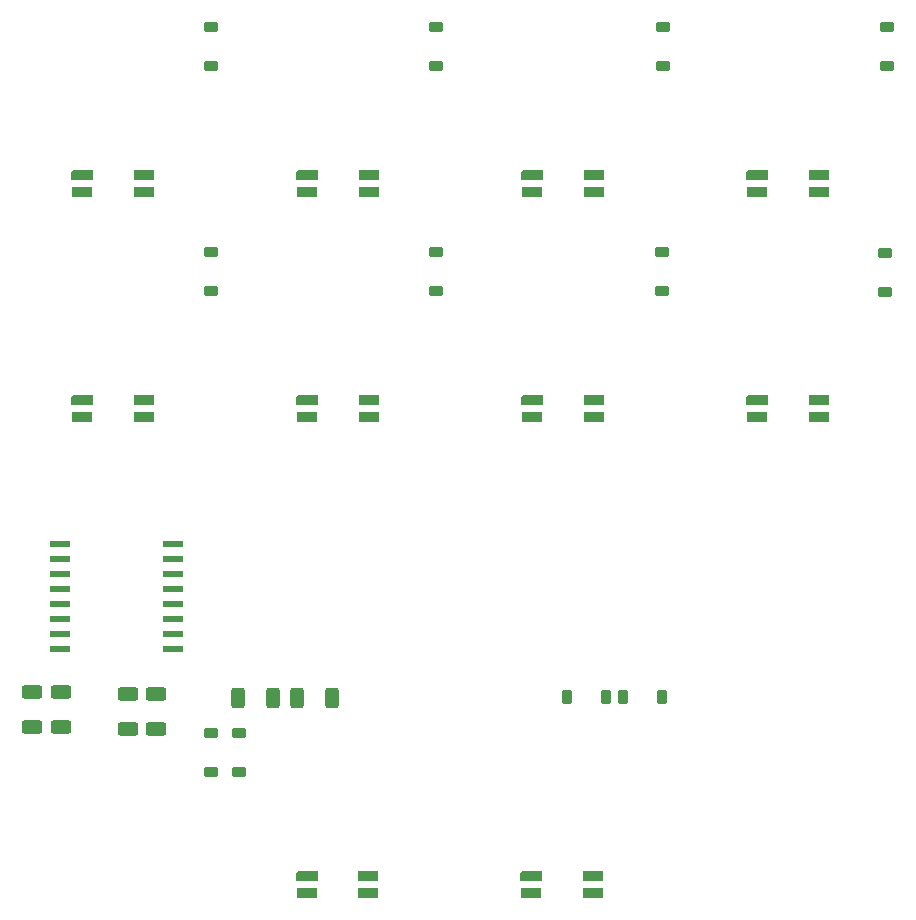
<source format=gbr>
%TF.GenerationSoftware,KiCad,Pcbnew,8.0.7*%
%TF.CreationDate,2025-02-09T12:27:28-05:00*%
%TF.ProjectId,makropad,6d616b72-6f70-4616-942e-6b696361645f,rev?*%
%TF.SameCoordinates,Original*%
%TF.FileFunction,Paste,Bot*%
%TF.FilePolarity,Positive*%
%FSLAX46Y46*%
G04 Gerber Fmt 4.6, Leading zero omitted, Abs format (unit mm)*
G04 Created by KiCad (PCBNEW 8.0.7) date 2025-02-09 12:27:28*
%MOMM*%
%LPD*%
G01*
G04 APERTURE LIST*
G04 Aperture macros list*
%AMRoundRect*
0 Rectangle with rounded corners*
0 $1 Rounding radius*
0 $2 $3 $4 $5 $6 $7 $8 $9 X,Y pos of 4 corners*
0 Add a 4 corners polygon primitive as box body*
4,1,4,$2,$3,$4,$5,$6,$7,$8,$9,$2,$3,0*
0 Add four circle primitives for the rounded corners*
1,1,$1+$1,$2,$3*
1,1,$1+$1,$4,$5*
1,1,$1+$1,$6,$7*
1,1,$1+$1,$8,$9*
0 Add four rect primitives between the rounded corners*
20,1,$1+$1,$2,$3,$4,$5,0*
20,1,$1+$1,$4,$5,$6,$7,0*
20,1,$1+$1,$6,$7,$8,$9,0*
20,1,$1+$1,$8,$9,$2,$3,0*%
%AMOutline5P*
0 Free polygon, 5 corners , with rotation*
0 The origin of the aperture is its center*
0 number of corners: always 5*
0 $1 to $10 corner X, Y*
0 $11 Rotation angle, in degrees counterclockwise*
0 create outline with 5 corners*
4,1,5,$1,$2,$3,$4,$5,$6,$7,$8,$9,$10,$1,$2,$11*%
%AMOutline6P*
0 Free polygon, 6 corners , with rotation*
0 The origin of the aperture is its center*
0 number of corners: always 6*
0 $1 to $12 corner X, Y*
0 $13 Rotation angle, in degrees counterclockwise*
0 create outline with 6 corners*
4,1,6,$1,$2,$3,$4,$5,$6,$7,$8,$9,$10,$11,$12,$1,$2,$13*%
%AMOutline7P*
0 Free polygon, 7 corners , with rotation*
0 The origin of the aperture is its center*
0 number of corners: always 7*
0 $1 to $14 corner X, Y*
0 $15 Rotation angle, in degrees counterclockwise*
0 create outline with 7 corners*
4,1,7,$1,$2,$3,$4,$5,$6,$7,$8,$9,$10,$11,$12,$13,$14,$1,$2,$15*%
%AMOutline8P*
0 Free polygon, 8 corners , with rotation*
0 The origin of the aperture is its center*
0 number of corners: always 8*
0 $1 to $16 corner X, Y*
0 $17 Rotation angle, in degrees counterclockwise*
0 create outline with 8 corners*
4,1,8,$1,$2,$3,$4,$5,$6,$7,$8,$9,$10,$11,$12,$13,$14,$15,$16,$1,$2,$17*%
G04 Aperture macros list end*
%ADD10RoundRect,0.225000X-0.375000X0.225000X-0.375000X-0.225000X0.375000X-0.225000X0.375000X0.225000X0*%
%ADD11R,1.800000X0.820000*%
%ADD12Outline5P,-0.900000X0.410000X0.900000X0.410000X0.900000X-0.246000X0.736000X-0.410000X-0.900000X-0.410000X180.000000*%
%ADD13RoundRect,0.250000X0.625000X-0.312500X0.625000X0.312500X-0.625000X0.312500X-0.625000X-0.312500X0*%
%ADD14RoundRect,0.250000X0.312500X0.625000X-0.312500X0.625000X-0.312500X-0.625000X0.312500X-0.625000X0*%
%ADD15RoundRect,0.225000X0.225000X0.375000X-0.225000X0.375000X-0.225000X-0.375000X0.225000X-0.375000X0*%
%ADD16R,1.803400X0.533400*%
%ADD17RoundRect,0.225000X-0.225000X-0.375000X0.225000X-0.375000X0.225000X0.375000X-0.225000X0.375000X0*%
%ADD18RoundRect,0.250000X-0.312500X-0.625000X0.312500X-0.625000X0.312500X0.625000X-0.312500X0.625000X0*%
G04 APERTURE END LIST*
D10*
%TO.C,D5*%
X132250000Y-66200000D03*
X132250000Y-69500000D03*
%TD*%
D11*
%TO.C,D19*%
X164650000Y-78750000D03*
D12*
X159450000Y-78750000D03*
D11*
X159450000Y-80250000D03*
X164650000Y-80250000D03*
%TD*%
D13*
%TO.C,R4*%
X125200000Y-106623000D03*
X125200000Y-103698000D03*
%TD*%
D10*
%TO.C,D1*%
X132250000Y-47200000D03*
X132250000Y-50500000D03*
%TD*%
D11*
%TO.C,D21*%
X145570000Y-119031900D03*
D12*
X140370000Y-119031900D03*
D11*
X140370000Y-120531900D03*
X145570000Y-120531900D03*
%TD*%
D10*
%TO.C,D10*%
X134600000Y-106950000D03*
X134600000Y-110250000D03*
%TD*%
D14*
%TO.C,R1*%
X142462500Y-104000000D03*
X139537500Y-104000000D03*
%TD*%
D11*
%TO.C,D16*%
X183700000Y-59700000D03*
D12*
X178500000Y-59700000D03*
D11*
X178500000Y-61200000D03*
X183700000Y-61200000D03*
%TD*%
%TO.C,D20*%
X183700000Y-78750000D03*
D12*
X178500000Y-78750000D03*
D11*
X178500000Y-80250000D03*
X183700000Y-80250000D03*
%TD*%
D13*
%TO.C,R5*%
X119500000Y-106423000D03*
X119500000Y-103498000D03*
%TD*%
D10*
%TO.C,D2*%
X151250000Y-47200000D03*
X151250000Y-50500000D03*
%TD*%
%TO.C,D7*%
X170400000Y-66250000D03*
X170400000Y-69550000D03*
%TD*%
D13*
%TO.C,R6*%
X117100000Y-106423000D03*
X117100000Y-103498000D03*
%TD*%
D10*
%TO.C,D8*%
X189300000Y-66350000D03*
X189300000Y-69650000D03*
%TD*%
%TO.C,D3*%
X170500000Y-47200000D03*
X170500000Y-50500000D03*
%TD*%
D11*
%TO.C,D18*%
X145600000Y-78750000D03*
D12*
X140400000Y-78750000D03*
D11*
X140400000Y-80250000D03*
X145600000Y-80250000D03*
%TD*%
%TO.C,D14*%
X145600000Y-59700000D03*
D12*
X140400000Y-59700000D03*
D11*
X140400000Y-61200000D03*
X145600000Y-61200000D03*
%TD*%
%TO.C,D13*%
X126550000Y-59700000D03*
D12*
X121350000Y-59700000D03*
D11*
X121350000Y-61200000D03*
X126550000Y-61200000D03*
%TD*%
%TO.C,D17*%
X126550000Y-78750000D03*
D12*
X121350000Y-78750000D03*
D11*
X121350000Y-80250000D03*
X126550000Y-80250000D03*
%TD*%
D15*
%TO.C,D9*%
X165650000Y-103900000D03*
X162350000Y-103900000D03*
%TD*%
D16*
%TO.C,U1*%
X119449600Y-99890000D03*
X119449600Y-98620000D03*
X119449600Y-97350000D03*
X119449600Y-96080000D03*
X119449600Y-94810000D03*
X119449600Y-93540000D03*
X119449600Y-92270000D03*
X119449600Y-91000000D03*
X129000000Y-91000000D03*
X129000000Y-92270000D03*
X129000000Y-93540000D03*
X129000000Y-94810000D03*
X129000000Y-96080000D03*
X129000000Y-97350000D03*
X129000000Y-98620000D03*
X129000000Y-99890000D03*
%TD*%
D11*
%TO.C,D15*%
X164650000Y-59700000D03*
D12*
X159450000Y-59700000D03*
D11*
X159450000Y-61200000D03*
X164650000Y-61200000D03*
%TD*%
D17*
%TO.C,D11*%
X167150000Y-103900000D03*
X170450000Y-103900000D03*
%TD*%
D18*
%TO.C,R2*%
X134537500Y-104000000D03*
X137462500Y-104000000D03*
%TD*%
D10*
%TO.C,D4*%
X189500000Y-47200000D03*
X189500000Y-50500000D03*
%TD*%
%TO.C,D12*%
X132200000Y-106950000D03*
X132200000Y-110250000D03*
%TD*%
D13*
%TO.C,R3*%
X127600000Y-106623000D03*
X127600000Y-103698000D03*
%TD*%
D11*
%TO.C,D22*%
X164570000Y-119031900D03*
D12*
X159370000Y-119031900D03*
D11*
X159370000Y-120531900D03*
X164570000Y-120531900D03*
%TD*%
D10*
%TO.C,D6*%
X151300000Y-66250000D03*
X151300000Y-69550000D03*
%TD*%
M02*

</source>
